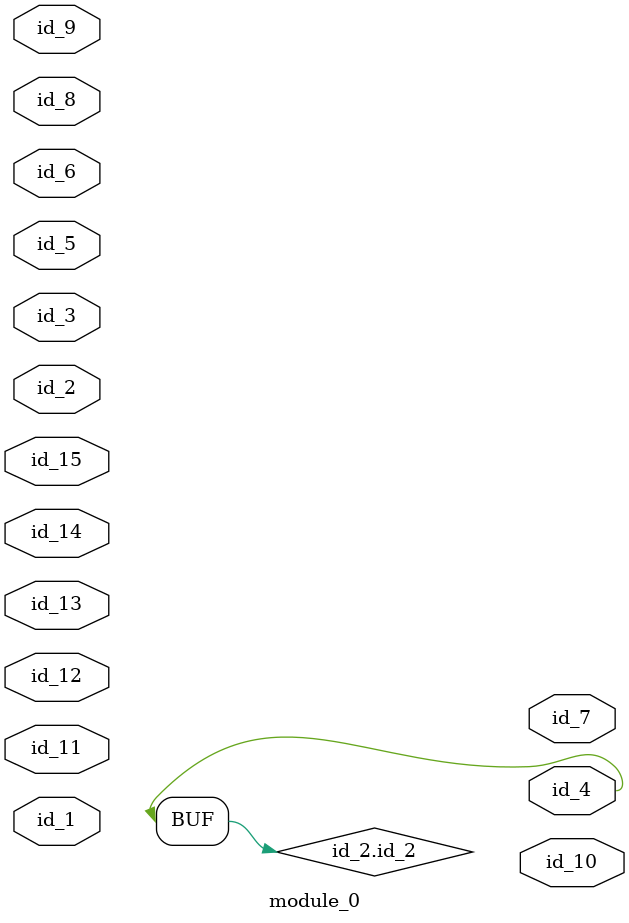
<source format=v>
module module_0 (
    id_1,
    id_2,
    id_3,
    id_4,
    id_5,
    id_6,
    id_7,
    id_8,
    id_9,
    id_10,
    id_11,
    id_12,
    id_13,
    id_14,
    id_15
);
  input wire id_15;
  input wire id_14;
  inout wire id_13;
  input wire id_12;
  input wire id_11;
  output wire id_10;
  input wire id_9;
  input wire id_8;
  output wire id_7;
  input wire id_6;
  input wire id_5;
  output wire id_4;
  input wire id_3;
  input wire id_2;
  inout wire id_1;
  assign id_4 = (id_2.id_2);
endmodule
module module_1;
  assign id_1 = id_1;
  module_0 modCall_1 (
      id_1,
      id_1,
      id_1,
      id_1,
      id_1,
      id_1,
      id_1,
      id_1,
      id_1,
      id_1,
      id_1,
      id_1,
      id_1,
      id_1,
      id_1
  );
endmodule

</source>
